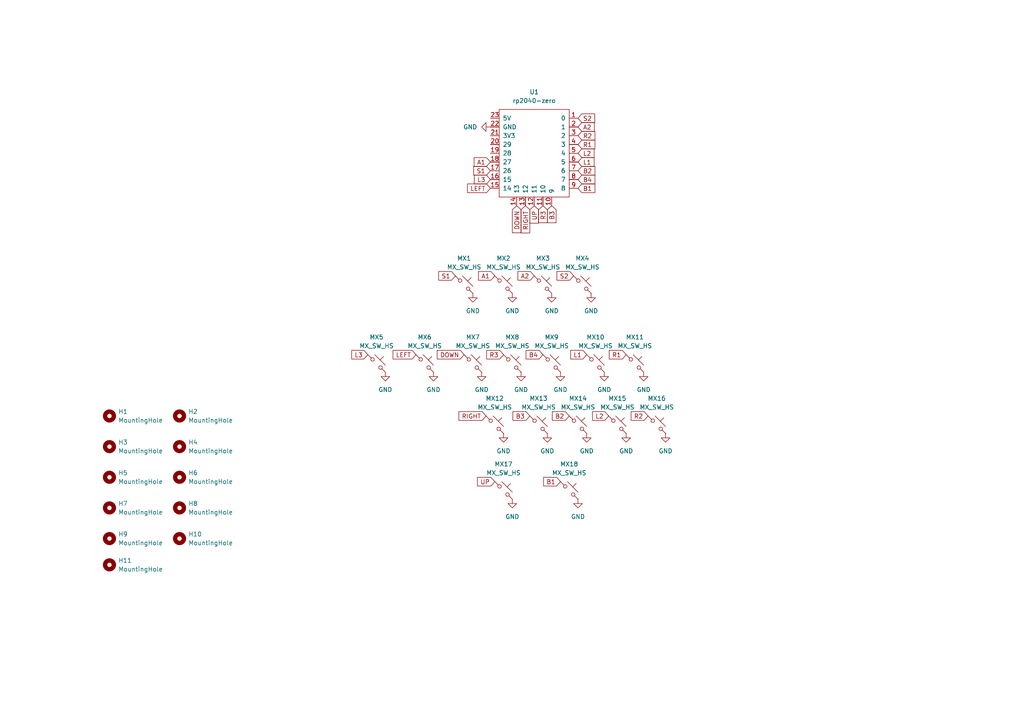
<source format=kicad_sch>
(kicad_sch (version 20230121) (generator eeschema)
  (paper "A4")
  (lib_symbols
    (symbol "KLEEB_MCU:rp2040-zero" (pin_names (offset 1.016))
      (property "Reference" "U" (at 0 15.24 0))
      (property "Value" "rp2040-zero" (at 0 12.7 0))
      (symbol "rp2040-zero_0_1"
        (rectangle (start -10.16 11.43) (end 10.16 -13.97))
      )
      (symbol "rp2040-zero_1_1"
        (pin bidirectional line (at 12.7 8.89 180) (length 2.54) (name "0") (number "1"))
        (pin bidirectional line (at 5.08 -16.51 90) (length 2.54) (name "9") (number "10"))
        (pin bidirectional line (at 2.54 -16.51 90) (length 2.54) (name "10") (number "11"))
        (pin bidirectional line (at 0 -16.51 90) (length 2.54) (name "11") (number "12"))
        (pin bidirectional line (at -2.54 -16.51 90) (length 2.54) (name "12") (number "13"))
        (pin bidirectional line (at -5.08 -16.51 90) (length 2.54) (name "13") (number "14"))
        (pin bidirectional line (at -12.7 -11.43 0) (length 2.54) (name "14") (number "15"))
        (pin bidirectional line (at -12.7 -8.89 0) (length 2.54) (name "15") (number "16"))
        (pin bidirectional line (at -12.7 -6.35 0) (length 2.54) (name "26") (number "17"))
        (pin bidirectional line (at -12.7 -3.81 0) (length 2.54) (name "27") (number "18"))
        (pin bidirectional line (at -12.7 -1.27 0) (length 2.54) (name "28") (number "19"))
        (pin bidirectional line (at 12.7 6.35 180) (length 2.54) (name "1") (number "2"))
        (pin bidirectional line (at -12.7 1.27 0) (length 2.54) (name "29") (number "20"))
        (pin power_out line (at -12.7 3.81 0) (length 2.54) (name "3V3") (number "21"))
        (pin power_out line (at -12.7 6.35 0) (length 2.54) (name "GND") (number "22"))
        (pin power_out line (at -12.7 8.89 0) (length 2.54) (name "5V") (number "23"))
        (pin bidirectional line (at 12.7 3.81 180) (length 2.54) (name "2") (number "3"))
        (pin bidirectional line (at 12.7 1.27 180) (length 2.54) (name "3") (number "4"))
        (pin bidirectional line (at 12.7 -1.27 180) (length 2.54) (name "4") (number "5"))
        (pin bidirectional line (at 12.7 -3.81 180) (length 2.54) (name "5") (number "6"))
        (pin bidirectional line (at 12.7 -6.35 180) (length 2.54) (name "6") (number "7"))
        (pin bidirectional line (at 12.7 -8.89 180) (length 2.54) (name "7") (number "8"))
        (pin bidirectional line (at 12.7 -11.43 180) (length 2.54) (name "8") (number "9"))
      )
    )
    (symbol "Mechanical:MountingHole" (pin_names (offset 1.016))
      (property "Reference" "H" (at 0 5.08 0))
      (property "Value" "MountingHole" (at 0 3.175 0))
      (symbol "MountingHole_0_1"
        (circle (center 0 0) (radius 1.27) (stroke (width 1.27)))
      )
    )
    (symbol "PCM_marbastlib-mx:MX_SW_HS_CPG151101S11" (pin_numbers hide) (pin_names (offset 1.016) hide)
      (property "Reference" "MX" (at 3.048 1.016 0))
      (property "Value" "MX_SW_HS" (at 0 -3.81 0))
      (symbol "MX_SW_HS_CPG151101S11_0_1"
        (circle (center -1.1684 1.1684) (radius 0.508))
        (polyline (pts (xy -0.508 2.54) (xy 2.54 -0.508)))
        (polyline (pts (xy 1.016 1.016) (xy 2.032 2.032)))
        (polyline (pts (xy -2.54 2.54) (xy -1.524 1.524) (xy -1.524 1.524)))
        (polyline (pts (xy 1.524 -1.524) (xy 2.54 -2.54) (xy 2.54 -2.54) (xy 2.54 -2.54)))
        (circle (center 1.143 -1.1938) (radius 0.508))
        (pin passive line (at -2.54 2.54 0) (length 0) (name "1") (number "1"))
        (pin passive line (at 2.54 -2.54 180) (length 0) (name "2") (number "2"))
      )
    )
    (symbol "power:GND" (power) (pin_names (offset 0))
      (property "Value" "GND" (at 0 -3.81 0))
      (symbol "GND_0_1"
        (polyline (pts (xy 0 0) (xy 0 -1.27) (xy 1.27 -1.27) (xy 0 -2.54) (xy -1.27 -1.27) (xy 0 -1.27)))
      )
      (symbol "GND_1_1"
        (pin power_in line (at 0 0 270) (length 0) hide (name "GND") (number "1"))
      )
    )
  )
  (global_label "S2" (shape input) (at 167.64 34.29 0) (property "Intersheetrefs" "${INTERSHEET_REFS}" (effects hide)))
  (global_label "R3" (shape input) (at 157.48 59.69 270) (property "Intersheetrefs" "${INTERSHEET_REFS}" (effects hide)))
  (global_label "DOWN" (shape input) (at 149.86 59.69 270) (property "Intersheetrefs" "${INTERSHEET_REFS}" (effects hide)))
  (global_label "RIGHT" (shape input) (at 140.97 120.65 180) (property "Intersheetrefs" "${INTERSHEET_REFS}" (effects hide)))
  (global_label "A2" (shape input) (at 154.94 80.01 180) (property "Intersheetrefs" "${INTERSHEET_REFS}" (effects hide)))
  (global_label "L1" (shape input) (at 167.64 46.99 0) (property "Intersheetrefs" "${INTERSHEET_REFS}" (effects hide)))
  (global_label "L1" (shape input) (at 170.18 102.87 180) (property "Intersheetrefs" "${INTERSHEET_REFS}" (effects hide)))
  (global_label "R1" (shape input) (at 181.61 102.87 180) (property "Intersheetrefs" "${INTERSHEET_REFS}" (effects hide)))
  (global_label "S1" (shape input) (at 132.08 80.01 180) (property "Intersheetrefs" "${INTERSHEET_REFS}" (effects hide)))
  (global_label "R2" (shape input) (at 187.96 120.65 180) (property "Intersheetrefs" "${INTERSHEET_REFS}" (effects hide)))
  (global_label "RIGHT" (shape input) (at 152.4 59.69 270) (property "Intersheetrefs" "${INTERSHEET_REFS}" (effects hide)))
  (global_label "B3" (shape input) (at 160.02 59.69 270) (property "Intersheetrefs" "${INTERSHEET_REFS}" (effects hide)))
  (global_label "LEFT" (shape input) (at 120.65 102.87 180) (property "Intersheetrefs" "${INTERSHEET_REFS}" (effects hide)))
  (global_label "L2" (shape input) (at 167.64 44.45 0) (property "Intersheetrefs" "${INTERSHEET_REFS}" (effects hide)))
  (global_label "LEFT" (shape input) (at 142.24 54.61 180) (property "Intersheetrefs" "${INTERSHEET_REFS}" (effects hide)))
  (global_label "B2" (shape input) (at 165.1 120.65 180) (property "Intersheetrefs" "${INTERSHEET_REFS}" (effects hide)))
  (global_label "B4" (shape input) (at 167.64 52.07 0) (property "Intersheetrefs" "${INTERSHEET_REFS}" (effects hide)))
  (global_label "L3" (shape input) (at 106.68 102.87 180) (property "Intersheetrefs" "${INTERSHEET_REFS}" (effects hide)))
  (global_label "A1" (shape input) (at 142.24 46.99 180) (property "Intersheetrefs" "${INTERSHEET_REFS}" (effects hide)))
  (global_label "DOWN" (shape input) (at 134.62 102.87 180) (property "Intersheetrefs" "${INTERSHEET_REFS}" (effects hide)))
  (global_label "L2" (shape input) (at 176.53 120.65 180) (property "Intersheetrefs" "${INTERSHEET_REFS}" (effects hide)))
  (global_label "A1" (shape input) (at 143.51 80.01 180) (property "Intersheetrefs" "${INTERSHEET_REFS}" (effects hide)))
  (global_label "R3" (shape input) (at 146.05 102.87 180) (property "Intersheetrefs" "${INTERSHEET_REFS}" (effects hide)))
  (global_label "B3" (shape input) (at 153.67 120.65 180) (property "Intersheetrefs" "${INTERSHEET_REFS}" (effects hide)))
  (global_label "UP" (shape input) (at 143.51 139.7 180) (property "Intersheetrefs" "${INTERSHEET_REFS}" (effects hide)))
  (global_label "B1" (shape input) (at 162.56 139.7 180) (property "Intersheetrefs" "${INTERSHEET_REFS}" (effects hide)))
  (global_label "B2" (shape input) (at 167.64 49.53 0) (property "Intersheetrefs" "${INTERSHEET_REFS}" (effects hide)))
  (global_label "UP" (shape input) (at 154.94 59.69 270) (property "Intersheetrefs" "${INTERSHEET_REFS}" (effects hide)))
  (global_label "R1" (shape input) (at 167.64 41.91 0) (property "Intersheetrefs" "${INTERSHEET_REFS}" (effects hide)))
  (global_label "R2" (shape input) (at 167.64 39.37 0) (property "Intersheetrefs" "${INTERSHEET_REFS}" (effects hide)))
  (global_label "B4" (shape input) (at 157.48 102.87 180) (property "Intersheetrefs" "${INTERSHEET_REFS}" (effects hide)))
  (global_label "L3" (shape input) (at 142.24 52.07 180) (property "Intersheetrefs" "${INTERSHEET_REFS}" (effects hide)))
  (global_label "B1" (shape input) (at 167.64 54.61 0) (property "Intersheetrefs" "${INTERSHEET_REFS}" (effects hide)))
  (global_label "S1" (shape input) (at 142.24 49.53 180) (property "Intersheetrefs" "${INTERSHEET_REFS}" (effects hide)))
  (global_label "A2" (shape input) (at 167.64 36.83 0) (property "Intersheetrefs" "${INTERSHEET_REFS}" (effects hide)))
  (global_label "S2" (shape input) (at 166.37 80.01 180) (property "Intersheetrefs" "${INTERSHEET_REFS}" (effects hide)))
  (symbol (lib_id "PCM_marbastlib-mx:MX_SW_HS_CPG151101S11") (at 134.62 82.55 0) (unit 1)
    (property "Reference" "MX1" (at 134.62 74.93 0))
    (property "Value" "MX_SW_HS" (at 134.62 77.47 0))
    (property "Footprint" "PCM_marbastlib-mx:SW_MX_HS_CPG151101S11_1u" (effects hide))
  )
  (symbol (lib_id "power:GND") (at 175.26 107.95 0) (unit 1)
    (property "Reference" "#PWR014" (effects hide))
    (property "Value" "GND" (at 175.26 113.03 0))
  )
  (symbol (lib_id "PCM_marbastlib-mx:MX_SW_HS_CPG151101S11") (at 109.22 105.41 0) (unit 1)
    (property "Reference" "MX5" (at 109.22 97.79 0))
    (property "Value" "MX_SW_HS" (at 109.22 100.33 0))
    (property "Footprint" "PCM_marbastlib-mx:SW_MX_HS_CPG151101S11_1u" (effects hide))
  )
  (symbol (lib_id "Mechanical:MountingHole") (at 52.07 120.65 0) (unit 1)
    (property "Reference" "H2" (at 54.61 119.38 0) (effects (justify left)))
    (property "Value" "MountingHole" (at 54.61 121.92 0) (effects (justify left)))
    (property "Footprint" "MountingHole:MountingHole_3.2mm_M3_Pad_Via" (effects hide))
  )
  (symbol (lib_id "power:GND") (at 193.04 125.73 0) (unit 1)
    (property "Reference" "#PWR05" (effects hide))
    (property "Value" "GND" (at 193.04 130.81 0))
  )
  (symbol (lib_id "PCM_marbastlib-mx:MX_SW_HS_CPG151101S11") (at 157.48 82.55 0) (unit 1)
    (property "Reference" "MX3" (at 157.48 74.93 0))
    (property "Value" "MX_SW_HS" (at 157.48 77.47 0))
    (property "Footprint" "PCM_marbastlib-mx:SW_MX_HS_CPG151101S11_1u" (effects hide))
  )
  (symbol (lib_id "Mechanical:MountingHole") (at 52.07 156.21 0) (unit 1)
    (property "Reference" "H10" (at 54.61 154.94 0) (effects (justify left)))
    (property "Value" "MountingHole" (at 54.61 157.48 0) (effects (justify left)))
    (property "Footprint" "MountingHole:MountingHole_3.2mm_M3_Pad_Via" (effects hide))
  )
  (symbol (lib_id "power:GND") (at 148.59 144.78 0) (unit 1)
    (property "Reference" "#PWR06" (effects hide))
    (property "Value" "GND" (at 148.59 149.86 0))
  )
  (symbol (lib_id "power:GND") (at 167.64 144.78 0) (unit 1)
    (property "Reference" "#PWR07" (effects hide))
    (property "Value" "GND" (at 167.64 149.86 0))
  )
  (symbol (lib_id "power:GND") (at 181.61 125.73 0) (unit 1)
    (property "Reference" "#PWR018" (effects hide))
    (property "Value" "GND" (at 181.61 130.81 0))
  )
  (symbol (lib_id "PCM_marbastlib-mx:MX_SW_HS_CPG151101S11") (at 156.21 123.19 0) (unit 1)
    (property "Reference" "MX13" (at 156.21 115.57 0))
    (property "Value" "MX_SW_HS" (at 156.21 118.11 0))
    (property "Footprint" "PCM_marbastlib-mx:SW_MX_HS_CPG151101S11_1u" (effects hide))
  )
  (symbol (lib_id "PCM_marbastlib-mx:MX_SW_HS_CPG151101S11") (at 146.05 142.24 0) (unit 1)
    (property "Reference" "MX17" (at 146.05 134.62 0))
    (property "Value" "MX_SW_HS" (at 146.05 137.16 0))
    (property "Footprint" "PCM_marbastlib-mx:SW_MX_HS_CPG151101S11_1u" (effects hide))
  )
  (symbol (lib_id "power:GND") (at 146.05 125.73 0) (unit 1)
    (property "Reference" "#PWR016" (effects hide))
    (property "Value" "GND" (at 146.05 130.81 0))
  )
  (symbol (lib_id "power:GND") (at 148.59 85.09 0) (unit 1)
    (property "Reference" "#PWR02" (effects hide))
    (property "Value" "GND" (at 148.59 90.17 0))
  )
  (symbol (lib_id "Mechanical:MountingHole") (at 52.07 138.43 0) (unit 1)
    (property "Reference" "H6" (at 54.61 137.16 0) (effects (justify left)))
    (property "Value" "MountingHole" (at 54.61 139.7 0) (effects (justify left)))
    (property "Footprint" "MountingHole:MountingHole_3.2mm_M3_Pad_Via" (effects hide))
  )
  (symbol (lib_id "PCM_marbastlib-mx:MX_SW_HS_CPG151101S11") (at 148.59 105.41 0) (unit 1)
    (property "Reference" "MX8" (at 148.59 97.79 0))
    (property "Value" "MX_SW_HS" (at 148.59 100.33 0))
    (property "Footprint" "PCM_marbastlib-mx:SW_MX_HS_CPG151101S11_1u" (effects hide))
  )
  (symbol (lib_id "PCM_marbastlib-mx:MX_SW_HS_CPG151101S11") (at 172.72 105.41 0) (unit 1)
    (property "Reference" "MX10" (at 172.72 97.79 0))
    (property "Value" "MX_SW_HS" (at 172.72 100.33 0))
    (property "Footprint" "PCM_marbastlib-mx:SW_MX_HS_CPG151101S11_1u" (effects hide))
  )
  (symbol (lib_id "PCM_marbastlib-mx:MX_SW_HS_CPG151101S11") (at 184.15 105.41 0) (unit 1)
    (property "Reference" "MX11" (at 184.15 97.79 0))
    (property "Value" "MX_SW_HS" (at 184.15 100.33 0))
    (property "Footprint" "PCM_marbastlib-mx:SW_MX_HS_CPG151101S11_1u" (effects hide))
  )
  (symbol (lib_id "power:GND") (at 125.73 107.95 0) (unit 1)
    (property "Reference" "#PWR010" (effects hide))
    (property "Value" "GND" (at 125.73 113.03 0))
  )
  (symbol (lib_id "PCM_marbastlib-mx:MX_SW_HS_CPG151101S11") (at 179.07 123.19 0) (unit 1)
    (property "Reference" "MX15" (at 179.07 115.57 0))
    (property "Value" "MX_SW_HS" (at 179.07 118.11 0))
    (property "Footprint" "PCM_marbastlib-mx:SW_MX_HS_CPG151101S11_1u" (effects hide))
  )
  (symbol (lib_id "Mechanical:MountingHole") (at 31.75 138.43 0) (unit 1)
    (property "Reference" "H5" (at 34.29 137.16 0) (effects (justify left)))
    (property "Value" "MountingHole" (at 34.29 139.7 0) (effects (justify left)))
    (property "Footprint" "MountingHole:MountingHole_3.2mm_M3_Pad_Via" (effects hide))
  )
  (symbol (lib_id "PCM_marbastlib-mx:MX_SW_HS_CPG151101S11") (at 143.51 123.19 0) (unit 1)
    (property "Reference" "MX12" (at 143.51 115.57 0))
    (property "Value" "MX_SW_HS" (at 143.51 118.11 0))
    (property "Footprint" "PCM_marbastlib-mx:SW_MX_HS_CPG151101S11_1u" (effects hide))
  )
  (symbol (lib_id "power:GND") (at 170.18 125.73 0) (unit 1)
    (property "Reference" "#PWR08" (effects hide))
    (property "Value" "GND" (at 170.18 130.81 0))
  )
  (symbol (lib_id "power:GND") (at 186.69 107.95 0) (unit 1)
    (property "Reference" "#PWR015" (effects hide))
    (property "Value" "GND" (at 186.69 113.03 0))
  )
  (symbol (lib_id "Mechanical:MountingHole") (at 52.07 147.32 0) (unit 1)
    (property "Reference" "H8" (at 54.61 146.05 0) (effects (justify left)))
    (property "Value" "MountingHole" (at 54.61 148.59 0) (effects (justify left)))
    (property "Footprint" "MountingHole:MountingHole_3.2mm_M3_Pad_Via" (effects hide))
  )
  (symbol (lib_id "Mechanical:MountingHole") (at 31.75 129.54 0) (unit 1)
    (property "Reference" "H3" (at 34.29 128.27 0) (effects (justify left)))
    (property "Value" "MountingHole" (at 34.29 130.81 0) (effects (justify left)))
    (property "Footprint" "MountingHole:MountingHole_3.2mm_M3_Pad_Via" (effects hide))
  )
  (symbol (lib_id "PCM_marbastlib-mx:MX_SW_HS_CPG151101S11") (at 167.64 123.19 0) (unit 1)
    (property "Reference" "MX14" (at 167.64 115.57 0))
    (property "Value" "MX_SW_HS" (at 167.64 118.11 0))
    (property "Footprint" "PCM_marbastlib-mx:SW_MX_HS_CPG151101S11_1u" (effects hide))
  )
  (symbol (lib_id "power:GND") (at 137.16 85.09 0) (unit 1)
    (property "Reference" "#PWR01" (effects hide))
    (property "Value" "GND" (at 137.16 90.17 0))
  )
  (symbol (lib_id "PCM_marbastlib-mx:MX_SW_HS_CPG151101S11") (at 165.1 142.24 0) (unit 1)
    (property "Reference" "MX18" (at 165.1 134.62 0))
    (property "Value" "MX_SW_HS" (at 165.1 137.16 0))
    (property "Footprint" "PCM_marbastlib-mx:SW_MX_HS_CPG151101S11_1u" (effects hide))
  )
  (symbol (lib_id "Mechanical:MountingHole") (at 31.75 156.21 0) (unit 1)
    (property "Reference" "H9" (at 34.29 154.94 0) (effects (justify left)))
    (property "Value" "MountingHole" (at 34.29 157.48 0) (effects (justify left)))
    (property "Footprint" "MountingHole:MountingHole_3.2mm_M3_Pad_Via" (effects hide))
  )
  (symbol (lib_id "PCM_marbastlib-mx:MX_SW_HS_CPG151101S11") (at 146.05 82.55 0) (unit 1)
    (property "Reference" "MX2" (at 146.05 74.93 0))
    (property "Value" "MX_SW_HS" (at 146.05 77.47 0))
    (property "Footprint" "PCM_marbastlib-mx:SW_MX_HS_CPG151101S11_1u" (effects hide))
  )
  (symbol (lib_id "PCM_marbastlib-mx:MX_SW_HS_CPG151101S11") (at 137.16 105.41 0) (unit 1)
    (property "Reference" "MX7" (at 137.16 97.79 0))
    (property "Value" "MX_SW_HS" (at 137.16 100.33 0))
    (property "Footprint" "PCM_marbastlib-mx:SW_MX_HS_CPG151101S11_1u" (effects hide))
  )
  (symbol (lib_id "power:GND") (at 151.13 107.95 0) (unit 1)
    (property "Reference" "#PWR012" (effects hide))
    (property "Value" "GND" (at 151.13 113.03 0))
  )
  (symbol (lib_id "power:GND") (at 158.75 125.73 0) (unit 1)
    (property "Reference" "#PWR017" (effects hide))
    (property "Value" "GND" (at 158.75 130.81 0))
  )
  (symbol (lib_id "PCM_marbastlib-mx:MX_SW_HS_CPG151101S11") (at 160.02 105.41 0) (unit 1)
    (property "Reference" "MX9" (at 160.02 97.79 0))
    (property "Value" "MX_SW_HS" (at 160.02 100.33 0))
    (property "Footprint" "PCM_marbastlib-mx:SW_MX_HS_CPG151101S11_1u" (effects hide))
  )
  (symbol (lib_id "power:GND") (at 111.76 107.95 0) (unit 1)
    (property "Reference" "#PWR09" (effects hide))
    (property "Value" "GND" (at 111.76 113.03 0))
  )
  (symbol (lib_id "PCM_marbastlib-mx:MX_SW_HS_CPG151101S11") (at 168.91 82.55 0) (unit 1)
    (property "Reference" "MX4" (at 168.91 74.93 0))
    (property "Value" "MX_SW_HS" (at 168.91 77.47 0))
    (property "Footprint" "PCM_marbastlib-mx:SW_MX_HS_CPG151101S11_1u" (effects hide))
  )
  (symbol (lib_id "KLEEB_MCU:rp2040-zero") (at 154.94 43.18 0) (unit 1)
    (property "Reference" "U1" (at 154.94 26.67 0))
    (property "Value" "rp2040-zero" (at 154.94 29.21 0))
    (property "Footprint" "KLEEB_MCU:rp2040-zero-smd" (effects hide))
  )
  (symbol (lib_id "power:GND") (at 162.56 107.95 0) (unit 1)
    (property "Reference" "#PWR013" (effects hide))
    (property "Value" "GND" (at 162.56 113.03 0))
  )
  (symbol (lib_id "PCM_marbastlib-mx:MX_SW_HS_CPG151101S11") (at 123.19 105.41 0) (unit 1)
    (property "Reference" "MX6" (at 123.19 97.79 0))
    (property "Value" "MX_SW_HS" (at 123.19 100.33 0))
    (property "Footprint" "PCM_marbastlib-mx:SW_MX_HS_CPG151101S11_1u" (effects hide))
  )
  (symbol (lib_id "Mechanical:MountingHole") (at 31.75 120.65 0) (unit 1)
    (property "Reference" "H1" (at 34.29 119.38 0) (effects (justify left)))
    (property "Value" "MountingHole" (at 34.29 121.92 0) (effects (justify left)))
    (property "Footprint" "MountingHole:MountingHole_3.2mm_M3_Pad_Via" (effects hide))
  )
  (symbol (lib_id "power:GND") (at 160.02 85.09 0) (unit 1)
    (property "Reference" "#PWR03" (effects hide))
    (property "Value" "GND" (at 160.02 90.17 0))
  )
  (symbol (lib_id "power:GND") (at 142.24 36.83 270) (unit 1)
    (property "Reference" "#PWR019" (effects hide))
    (property "Value" "GND" (at 138.43 36.83 90) (effects (justify right)))
  )
  (symbol (lib_id "power:GND") (at 171.45 85.09 0) (unit 1)
    (property "Reference" "#PWR04" (effects hide))
    (property "Value" "GND" (at 171.45 90.17 0))
  )
  (symbol (lib_id "Mechanical:MountingHole") (at 52.07 129.54 0) (unit 1)
    (property "Reference" "H4" (at 54.61 128.27 0) (effects (justify left)))
    (property "Value" "MountingHole" (at 54.61 130.81 0) (effects (justify left)))
    (property "Footprint" "MountingHole:MountingHole_3.2mm_M3_Pad_Via" (effects hide))
  )
  (symbol (lib_id "Mechanical:MountingHole") (at 31.75 163.83 0) (unit 1)
    (property "Reference" "H11" (at 34.29 162.56 0) (effects (justify left)))
    (property "Value" "MountingHole" (at 34.29 165.1 0) (effects (justify left)))
    (property "Footprint" "MountingHole:MountingHole_3.2mm_M3_Pad_Via" (effects hide))
  )
  (symbol (lib_id "power:GND") (at 139.7 107.95 0) (unit 1)
    (property "Reference" "#PWR011" (effects hide))
    (property "Value" "GND" (at 139.7 113.03 0))
  )
  (symbol (lib_id "PCM_marbastlib-mx:MX_SW_HS_CPG151101S11") (at 190.5 123.19 0) (unit 1)
    (property "Reference" "MX16" (at 190.5 115.57 0))
    (property "Value" "MX_SW_HS" (at 190.5 118.11 0))
    (property "Footprint" "PCM_marbastlib-mx:SW_MX_HS_CPG151101S11_1u" (effects hide))
  )
  (symbol (lib_id "Mechanical:MountingHole") (at 31.75 147.32 0) (unit 1)
    (property "Reference" "H7" (at 34.29 146.05 0) (effects (justify left)))
    (property "Value" "MountingHole" (at 34.29 148.59 0) (effects (justify left)))
    (property "Footprint" "MountingHole:MountingHole_3.2mm_M3_Pad_Via" (effects hide))
  )
)
</source>
